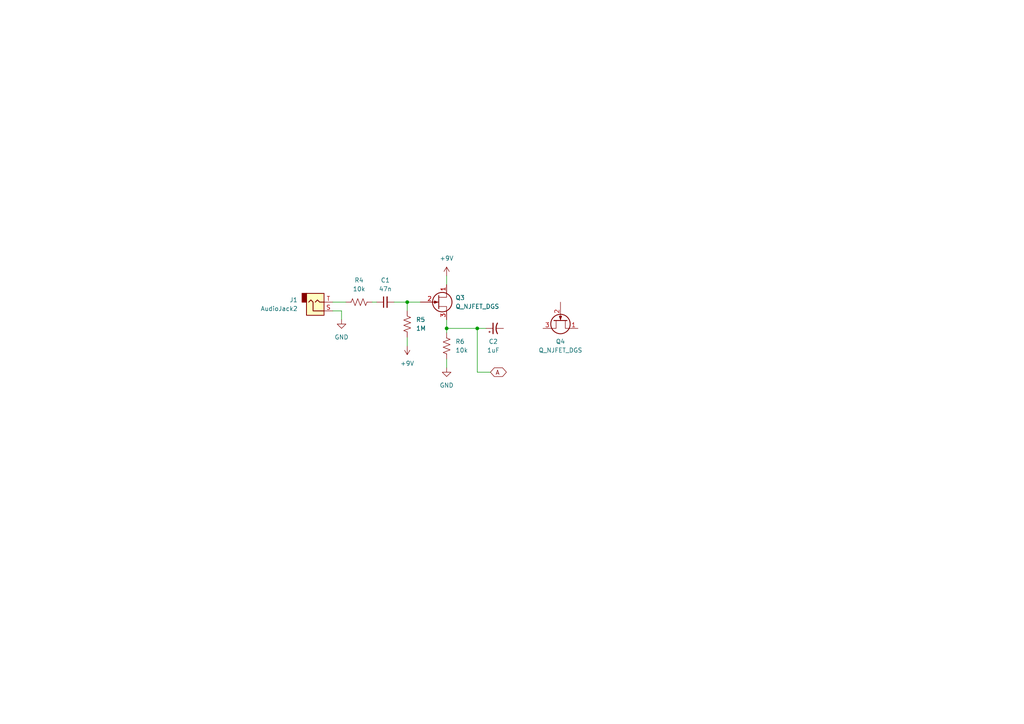
<source format=kicad_sch>
(kicad_sch (version 20211123) (generator eeschema)
  (paper "A4")
  (lib_symbols
    (symbol "00-cool_stuff:+4.5V" (power) (pin_names (offset 0))
      (property "Value" "+4.5V" (at 0 3.556 0))
      (symbol "+4.5V_0_1"
        (polyline (pts (xy -0.762 1.27) (xy 0 2.54)))
        (polyline (pts (xy 0 0) (xy 0 2.54)))
        (polyline (pts (xy 0 2.54) (xy 0.762 1.27)))
      )
      (symbol "+4.5V_1_1"
        (pin power_in line (at 0 0 90) (length 0) hide (name "+9V") (number "1"))
      )
    )
    (symbol "00-cool_stuff:+9V" (power) (pin_names (offset 0))
      (property "Value" "+9V" (at 0 3.556 0))
      (symbol "+9V_0_1"
        (polyline (pts (xy -0.762 1.27) (xy 0 2.54)))
        (polyline (pts (xy 0 0) (xy 0 2.54)))
        (polyline (pts (xy 0 2.54) (xy 0.762 1.27)))
      )
      (symbol "+9V_1_1"
        (pin power_in line (at 0 0 90) (length 0) hide (name "+9V") (number "1"))
      )
    )
    (symbol "00-cool_stuff:0V" (power) (pin_names (offset 0))
      (property "Value" "0V" (at 0 -3.81 0))
      (symbol "0V_0_1"
        (polyline (pts (xy 0 0) (xy 0 -1.27) (xy 1.27 -1.27) (xy 0 -2.54) (xy -1.27 -1.27) (xy 0 -1.27)))
      )
      (symbol "0V_1_1"
        (pin power_in line (at 0 0 270) (length 0) hide (name "GND") (number "1"))
      )
    )
    (symbol "00-cool_stuff:cap_polarized_small" (pin_numbers hide) (pin_names (offset 0.254) hide)
      (property "Reference" "C" (at 0.254 1.778 0))
      (property "Value" "cap_polarized_small" (at 0.254 -2.032 0))
      (symbol "cap_polarized_small_0_1"
        (polyline (pts (xy -1.524 0.508) (xy 1.524 0.508)) (stroke (width 0.3048)))
        (polyline (pts (xy -1.27 1.524) (xy -0.762 1.524)))
        (polyline (pts (xy -1.016 1.27) (xy -1.016 1.778)))
        (arc (start 1.524 -0.762) (mid 0 -0.3734) (end -1.524 -0.762) (stroke (width 0.3048)))
      )
      (symbol "cap_polarized_small_1_1"
        (pin passive line (at 0 2.54 270) (length 2.032) (name "~") (number "1"))
        (pin passive line (at 0 -2.54 90) (length 2.032) (name "~") (number "2"))
      )
    )
    (symbol "00-cool_stuff:cap_small" (pin_numbers hide) (pin_names (offset 0.254) hide)
      (property "Reference" "C" (at -1.27 2.54 0))
      (property "Value" "cap_small" (at -3.81 -2.54 0))
      (symbol "cap_small_0_1"
        (polyline (pts (xy -0.508 -1.524) (xy -0.508 1.524)) (stroke (width 0.3048)))
        (polyline (pts (xy 0.508 -1.524) (xy 0.508 1.524)) (stroke (width 0.3302)))
      )
      (symbol "cap_small_1_1"
        (pin passive line (at -2.54 0 0) (length 2.032) (name "~") (number "1"))
        (pin passive line (at 2.54 0 180) (length 2.032) (name "~") (number "2"))
      )
    )
    (symbol "00-cool_stuff:resistor" (pin_numbers hide) (pin_names (offset 0))
      (property "Reference" "R" (at -2.54 2.54 0))
      (property "Value" "resistor" (at -2.54 -2.54 0))
      (symbol "resistor_0_1"
        (polyline (pts (xy -4.826 0) (xy -5.08 0)))
        (polyline (pts (xy -0.254 0) (xy 0 0)))
        (polyline (pts (xy -4.826 0) (xy -4.445 1.016) (xy -4.064 0) (xy -3.683 -1.016) (xy -3.302 0)))
        (polyline (pts (xy -3.302 0) (xy -2.921 1.016) (xy -2.54 0) (xy -2.159 -1.016) (xy -1.778 0)))
        (polyline (pts (xy -1.778 0) (xy -1.397 1.016) (xy -1.016 0) (xy -0.635 -1.016) (xy -0.254 0)))
      )
      (symbol "resistor_1_1"
        (pin passive line (at -6.35 0 0) (length 1.27) (name "~") (number "1"))
        (pin passive line (at 1.27 0 180) (length 1.27) (name "~") (number "2"))
      )
    )
    (symbol "Connector:AudioJack2"
      (property "Reference" "J" (at 0 8.89 0))
      (property "Value" "AudioJack2" (at 0 6.35 0))
      (symbol "AudioJack2_0_1"
        (rectangle (start -3.81 0) (end -2.54 -2.54) (stroke (width 0.254)) (fill (type outline)))
        (rectangle (start -2.54 3.81) (end 2.54 -2.54) (stroke (width 0.254)) (fill (type background)))
        (polyline (pts (xy 0 0) (xy 0.635 -0.635) (xy 1.27 0) (xy 2.54 0)) (stroke (width 0.254)))
        (polyline (pts (xy 2.54 2.54) (xy -0.635 2.54) (xy -0.635 0) (xy -1.27 -0.635) (xy -1.905 0)) (stroke (width 0.254)))
      )
      (symbol "AudioJack2_1_1"
        (pin passive line (at 5.08 2.54 180) (length 2.54) (name "~") (number "S"))
        (pin passive line (at 5.08 0 180) (length 2.54) (name "~") (number "T"))
      )
    )
    (symbol "Device:Q_NJFET_DGS" (pin_names (offset 0) hide)
      (property "Reference" "Q" (at 5.08 1.27 0))
      (property "Value" "Q_NJFET_DGS" (at 5.08 -1.27 0))
      (symbol "Q_NJFET_DGS_0_1"
        (polyline (pts (xy 0.254 1.905) (xy 0.254 -1.905) (xy 0.254 -1.905)) (stroke (width 0.254)))
        (polyline (pts (xy 2.54 -2.54) (xy 2.54 -1.27) (xy 0.254 -1.27)))
        (polyline (pts (xy 2.54 2.54) (xy 2.54 1.397) (xy 0.254 1.397)))
        (polyline (pts (xy 0 0) (xy -1.016 0.381) (xy -1.016 -0.381) (xy 0 0)) (fill (type outline)))
        (circle (center 1.27 0) (radius 2.8194) (stroke (width 0.254)))
      )
      (symbol "Q_NJFET_DGS_1_1"
        (pin passive line (at 2.54 5.08 270) (length 2.54) (name "D") (number "1"))
        (pin input line (at -5.08 0 0) (length 5.334) (name "G") (number "2"))
        (pin passive line (at 2.54 -5.08 90) (length 2.54) (name "S") (number "3"))
      )
    )
  )
  (junction (at 138.43 95.25))
  (junction (at 118.11 87.63))
  (junction (at 129.54 95.25))
  (wire (pts (xy 99.06 90.17) (xy 96.52 90.17)))
  (wire (pts (xy 129.54 95.25) (xy 138.43 95.25)))
  (wire (pts (xy 99.06 92.71) (xy 99.06 90.17)))
  (wire (pts (xy 138.43 107.95) (xy 138.43 95.25)))
  (wire (pts (xy 118.11 87.63) (xy 121.92 87.63)))
  (wire (pts (xy 96.52 87.63) (xy 100.33 87.63)))
  (wire (pts (xy 118.11 87.63) (xy 114.3 87.63)))
  (wire (pts (xy 142.24 107.95) (xy 138.43 107.95)))
  (wire (pts (xy 138.43 95.25) (xy 140.97 95.25)))
  (wire (pts (xy 129.54 92.71) (xy 129.54 95.25)))
  (wire (pts (xy 107.95 87.63) (xy 109.22 87.63)))
  (wire (pts (xy 118.11 97.79) (xy 118.11 100.33)))
  (wire (pts (xy 129.54 80.01) (xy 129.54 82.55)))
  (wire (pts (xy 129.54 95.25) (xy 129.54 96.52)))
  (wire (pts (xy 129.54 104.14) (xy 129.54 106.68)))
  (wire (pts (xy 118.11 90.17) (xy 118.11 87.63)))
  (global_label "A" (shape bidirectional) (at 142.24 107.95 0) (property "Intersheet References" "${INTERSHEET_REFS}" (effects hide)))
  (symbol (lib_id "Connector:AudioJack2") (at 91.44 87.63 0) (mirror x) (unit 1)
    (property "Reference" "J1" (at 86.36 86.9949 0) (effects (justify right)))
    (property "Value" "AudioJack2" (at 86.36 89.5349 0) (effects (justify right)))
  )
  (symbol (lib_id "00-cool_stuff:resistor") (at 106.68 87.63 0) (unit 1)
    (property "Reference" "R4" (at 104.14 81.28 0))
    (property "Value" "10k" (at 104.14 83.82 0))
    (property "Footprint" "00-Mine:resistor-TH-10mm" (effects hide))
  )
  (symbol (lib_id "00-cool_stuff:0V") (at 129.54 106.68 0) (unit 1)
    (property "Reference" "#PWR04" (effects hide))
    (property "Value" "0V" (at 129.54 111.76 0))
  )
  (symbol (lib_id "00-cool_stuff:+4.5V") (at 118.11 100.33 180) (unit 1)
    (property "Reference" "#PWR02" (effects hide))
    (property "Value" "+4.5V" (at 118.11 105.41 0))
  )
  (symbol (lib_id "00-cool_stuff:cap_small") (at 111.76 87.63 0) (unit 1)
    (property "Reference" "C1" (at 111.7663 81.28 0))
    (property "Value" "47n" (at 111.7663 83.82 0))
    (property "Footprint" "00-Mine:capacitor-TH-2.54mm_5mm" (effects hide))
  )
  (symbol (lib_id "00-cool_stuff:cap_polarized_small") (at 143.51 95.25 90) (unit 1)
    (property "Reference" "C2" (at 143.0782 99.06 90))
    (property "Value" "1uF" (at 143.0782 101.6 90))
  )
  (symbol (lib_id "Device:Q_NJFET_DGS") (at 162.56 92.71 270) (unit 1)
    (property "Reference" "Q4" (at 162.56 99.06 90))
    (property "Value" "Q_NJFET_DGS" (at 162.56 101.6 90))
  )
  (symbol (lib_id "Device:Q_NJFET_DGS") (at 127 87.63 0) (unit 1)
    (property "Reference" "Q3" (at 132.08 86.3599 0) (effects (justify left)))
    (property "Value" "Q_NJFET_DGS" (at 132.08 88.8999 0) (effects (justify left)))
  )
  (symbol (lib_id "00-cool_stuff:resistor") (at 118.11 91.44 90) (unit 1)
    (property "Reference" "R5" (at 120.65 92.7099 90) (effects (justify right)))
    (property "Value" "1M" (at 120.65 95.2499 90) (effects (justify right)))
    (property "Footprint" "00-Mine:resistor-TH-10mm" (effects hide))
  )
  (symbol (lib_id "00-cool_stuff:resistor") (at 129.54 97.79 90) (unit 1)
    (property "Reference" "R6" (at 132.08 99.0599 90) (effects (justify right)))
    (property "Value" "10k" (at 132.08 101.5999 90) (effects (justify right)))
    (property "Footprint" "00-Mine:resistor-TH-10mm" (effects hide))
  )
  (symbol (lib_id "00-cool_stuff:+9V") (at 129.54 80.01 0) (unit 1)
    (property "Reference" "#PWR03" (effects hide))
    (property "Value" "+9V" (at 129.54 74.93 0))
  )
  (symbol (lib_id "00-cool_stuff:0V") (at 99.06 92.71 0) (unit 1)
    (property "Reference" "#PWR01" (effects hide))
    (property "Value" "0V" (at 99.06 97.79 0))
  )
)
</source>
